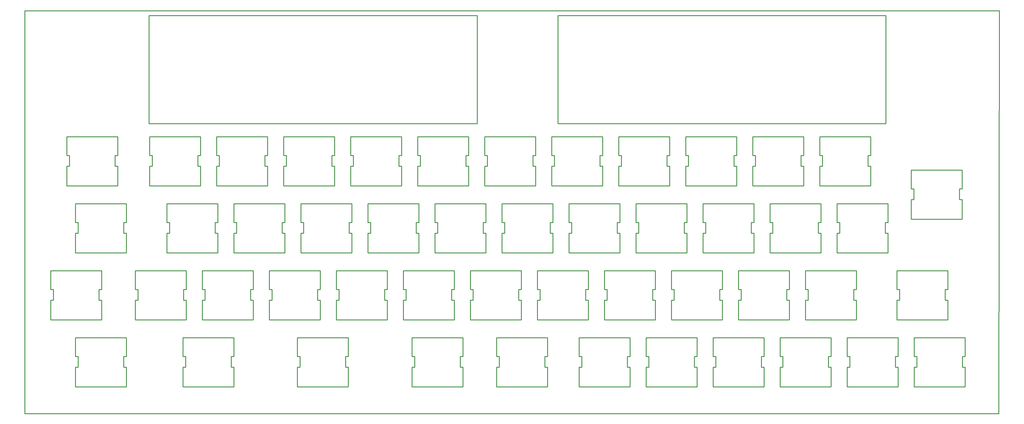
<source format=gko>
G04 Layer: BoardOutlineLayer*
G04 EasyEDA v6.5.34, 2023-08-10 18:14:54*
G04 ff69caebeaab4362ab2153d1a77cd0d5,5a6b42c53f6a479593ecc07194224c93,10*
G04 Gerber Generator version 0.2*
G04 Scale: 100 percent, Rotated: No, Reflected: No *
G04 Dimensions in millimeters *
G04 leading zeros omitted , absolute positions ,4 integer and 5 decimal *
%FSLAX45Y45*%
%MOMM*%

%ADD10C,0.2540*%
D10*
X0Y9004300D02*
G01*
X0Y11455400D01*
X27698700Y11455400D01*
X27686000Y0D01*
X0Y0D01*
X0Y9004300D01*
X3543300Y7874000D02*
G01*
X3543300Y7340600D01*
X3543300Y7340600D02*
G01*
X3619500Y7340600D01*
X3619500Y7340600D02*
G01*
X3619500Y7035800D01*
X3619500Y7035800D02*
G01*
X3543300Y7035800D01*
X3543300Y7035800D02*
G01*
X3543300Y6477000D01*
X3543300Y6477000D02*
G01*
X4991100Y6477000D01*
X4991100Y6477000D02*
G01*
X4991100Y7035800D01*
X4991100Y7035800D02*
G01*
X4914900Y7035800D01*
X4914900Y7035800D02*
G01*
X4914900Y7340600D01*
X4914900Y7340600D02*
G01*
X4991100Y7340600D01*
X4991100Y7340600D02*
G01*
X4991100Y7874000D01*
X4991100Y7874000D02*
G01*
X3543300Y7874000D01*
X1187500Y7874000D02*
G01*
X1187500Y7340600D01*
X1187500Y7340600D02*
G01*
X1263700Y7340600D01*
X1263700Y7340600D02*
G01*
X1263700Y7035800D01*
X1263700Y7035800D02*
G01*
X1187500Y7035800D01*
X1187500Y7035800D02*
G01*
X1187500Y6477000D01*
X1187500Y6477000D02*
G01*
X2635300Y6477000D01*
X2635300Y6477000D02*
G01*
X2635300Y7035800D01*
X2635300Y7035800D02*
G01*
X2559100Y7035800D01*
X2559100Y7035800D02*
G01*
X2559100Y7340600D01*
X2559100Y7340600D02*
G01*
X2635300Y7340600D01*
X2635300Y7340600D02*
G01*
X2635300Y7874000D01*
X2635300Y7874000D02*
G01*
X1187500Y7874000D01*
X5448300Y7874000D02*
G01*
X5448300Y7340600D01*
X5448300Y7340600D02*
G01*
X5524500Y7340600D01*
X5524500Y7340600D02*
G01*
X5524500Y7035800D01*
X5524500Y7035800D02*
G01*
X5448300Y7035800D01*
X5448300Y7035800D02*
G01*
X5448300Y6477000D01*
X5448300Y6477000D02*
G01*
X6896100Y6477000D01*
X6896100Y6477000D02*
G01*
X6896100Y7035800D01*
X6896100Y7035800D02*
G01*
X6819900Y7035800D01*
X6819900Y7035800D02*
G01*
X6819900Y7340600D01*
X6819900Y7340600D02*
G01*
X6896100Y7340600D01*
X6896100Y7340600D02*
G01*
X6896100Y7874000D01*
X6896100Y7874000D02*
G01*
X5448300Y7874000D01*
X7353300Y7874000D02*
G01*
X7353300Y7340600D01*
X7353300Y7340600D02*
G01*
X7429500Y7340600D01*
X7429500Y7340600D02*
G01*
X7429500Y7035800D01*
X7429500Y7035800D02*
G01*
X7353300Y7035800D01*
X7353300Y7035800D02*
G01*
X7353300Y6477000D01*
X7353300Y6477000D02*
G01*
X8801100Y6477000D01*
X8801100Y6477000D02*
G01*
X8801100Y7035800D01*
X8801100Y7035800D02*
G01*
X8724900Y7035800D01*
X8724900Y7035800D02*
G01*
X8724900Y7340600D01*
X8724900Y7340600D02*
G01*
X8801100Y7340600D01*
X8801100Y7340600D02*
G01*
X8801100Y7874000D01*
X8801100Y7874000D02*
G01*
X7353300Y7874000D01*
X9258300Y7874000D02*
G01*
X9258300Y7340600D01*
X9258300Y7340600D02*
G01*
X9334500Y7340600D01*
X9334500Y7340600D02*
G01*
X9334500Y7035800D01*
X9334500Y7035800D02*
G01*
X9258300Y7035800D01*
X9258300Y7035800D02*
G01*
X9258300Y6477000D01*
X9258300Y6477000D02*
G01*
X10706100Y6477000D01*
X10706100Y6477000D02*
G01*
X10706100Y7035800D01*
X10706100Y7035800D02*
G01*
X10629900Y7035800D01*
X10629900Y7035800D02*
G01*
X10629900Y7340600D01*
X10629900Y7340600D02*
G01*
X10706100Y7340600D01*
X10706100Y7340600D02*
G01*
X10706100Y7874000D01*
X10706100Y7874000D02*
G01*
X9258300Y7874000D01*
X11163300Y7874000D02*
G01*
X11163300Y7340600D01*
X11163300Y7340600D02*
G01*
X11239500Y7340600D01*
X11239500Y7340600D02*
G01*
X11239500Y7035800D01*
X11239500Y7035800D02*
G01*
X11163300Y7035800D01*
X11163300Y7035800D02*
G01*
X11163300Y6477000D01*
X11163300Y6477000D02*
G01*
X12611100Y6477000D01*
X12611100Y6477000D02*
G01*
X12611100Y7035800D01*
X12611100Y7035800D02*
G01*
X12534900Y7035800D01*
X12534900Y7035800D02*
G01*
X12534900Y7340600D01*
X12534900Y7340600D02*
G01*
X12611100Y7340600D01*
X12611100Y7340600D02*
G01*
X12611100Y7874000D01*
X12611100Y7874000D02*
G01*
X11163300Y7874000D01*
X13068300Y7874000D02*
G01*
X13068300Y7340600D01*
X13068300Y7340600D02*
G01*
X13144500Y7340600D01*
X13144500Y7340600D02*
G01*
X13144500Y7035800D01*
X13144500Y7035800D02*
G01*
X13068300Y7035800D01*
X13068300Y7035800D02*
G01*
X13068300Y6477000D01*
X13068300Y6477000D02*
G01*
X14516100Y6477000D01*
X14516100Y6477000D02*
G01*
X14516100Y7035800D01*
X14516100Y7035800D02*
G01*
X14439900Y7035800D01*
X14439900Y7035800D02*
G01*
X14439900Y7340600D01*
X14439900Y7340600D02*
G01*
X14516100Y7340600D01*
X14516100Y7340600D02*
G01*
X14516100Y7874000D01*
X14516100Y7874000D02*
G01*
X13068300Y7874000D01*
X14973300Y7874000D02*
G01*
X14973300Y7340600D01*
X14973300Y7340600D02*
G01*
X15049500Y7340600D01*
X15049500Y7340600D02*
G01*
X15049500Y7035800D01*
X15049500Y7035800D02*
G01*
X14973300Y7035800D01*
X14973300Y7035800D02*
G01*
X14973300Y6477000D01*
X14973300Y6477000D02*
G01*
X16421100Y6477000D01*
X16421100Y6477000D02*
G01*
X16421100Y7035800D01*
X16421100Y7035800D02*
G01*
X16344900Y7035800D01*
X16344900Y7035800D02*
G01*
X16344900Y7340600D01*
X16344900Y7340600D02*
G01*
X16421100Y7340600D01*
X16421100Y7340600D02*
G01*
X16421100Y7874000D01*
X16421100Y7874000D02*
G01*
X14973300Y7874000D01*
X16878300Y7874000D02*
G01*
X16878300Y7340600D01*
X16878300Y7340600D02*
G01*
X16954500Y7340600D01*
X16954500Y7340600D02*
G01*
X16954500Y7035800D01*
X16954500Y7035800D02*
G01*
X16878300Y7035800D01*
X16878300Y7035800D02*
G01*
X16878300Y6477000D01*
X16878300Y6477000D02*
G01*
X18326100Y6477000D01*
X18326100Y6477000D02*
G01*
X18326100Y7035800D01*
X18326100Y7035800D02*
G01*
X18249900Y7035800D01*
X18249900Y7035800D02*
G01*
X18249900Y7340600D01*
X18249900Y7340600D02*
G01*
X18326100Y7340600D01*
X18326100Y7340600D02*
G01*
X18326100Y7874000D01*
X18326100Y7874000D02*
G01*
X16878300Y7874000D01*
X18783300Y7874000D02*
G01*
X18783300Y7340600D01*
X18783300Y7340600D02*
G01*
X18859500Y7340600D01*
X18859500Y7340600D02*
G01*
X18859500Y7035800D01*
X18859500Y7035800D02*
G01*
X18783300Y7035800D01*
X18783300Y7035800D02*
G01*
X18783300Y6477000D01*
X18783300Y6477000D02*
G01*
X20231100Y6477000D01*
X20231100Y6477000D02*
G01*
X20231100Y7035800D01*
X20231100Y7035800D02*
G01*
X20154900Y7035800D01*
X20154900Y7035800D02*
G01*
X20154900Y7340600D01*
X20154900Y7340600D02*
G01*
X20231100Y7340600D01*
X20231100Y7340600D02*
G01*
X20231100Y7874000D01*
X20231100Y7874000D02*
G01*
X18783300Y7874000D01*
X20688300Y7874000D02*
G01*
X20688300Y7340600D01*
X20688300Y7340600D02*
G01*
X20764500Y7340600D01*
X20764500Y7340600D02*
G01*
X20764500Y7035800D01*
X20764500Y7035800D02*
G01*
X20688300Y7035800D01*
X20688300Y7035800D02*
G01*
X20688300Y6477000D01*
X20688300Y6477000D02*
G01*
X22136100Y6477000D01*
X22136100Y6477000D02*
G01*
X22136100Y7035800D01*
X22136100Y7035800D02*
G01*
X22059900Y7035800D01*
X22059900Y7035800D02*
G01*
X22059900Y7340600D01*
X22059900Y7340600D02*
G01*
X22136100Y7340600D01*
X22136100Y7340600D02*
G01*
X22136100Y7874000D01*
X22136100Y7874000D02*
G01*
X20688300Y7874000D01*
X22593300Y7874000D02*
G01*
X22593300Y7340600D01*
X22593300Y7340600D02*
G01*
X22669500Y7340600D01*
X22669500Y7340600D02*
G01*
X22669500Y7035800D01*
X22669500Y7035800D02*
G01*
X22593300Y7035800D01*
X22593300Y7035800D02*
G01*
X22593300Y6477000D01*
X22593300Y6477000D02*
G01*
X24041100Y6477000D01*
X24041100Y6477000D02*
G01*
X24041100Y7035800D01*
X24041100Y7035800D02*
G01*
X23964900Y7035800D01*
X23964900Y7035800D02*
G01*
X23964900Y7340600D01*
X23964900Y7340600D02*
G01*
X24041100Y7340600D01*
X24041100Y7340600D02*
G01*
X24041100Y7874000D01*
X24041100Y7874000D02*
G01*
X22593300Y7874000D01*
X25196800Y6921500D02*
G01*
X25196800Y6388100D01*
X25196800Y6388100D02*
G01*
X25273000Y6388100D01*
X25273000Y6388100D02*
G01*
X25273000Y6083300D01*
X25273000Y6083300D02*
G01*
X25196800Y6083300D01*
X25196800Y6083300D02*
G01*
X25196800Y5524500D01*
X25196800Y5524500D02*
G01*
X26644600Y5524500D01*
X26644600Y5524500D02*
G01*
X26644600Y6083300D01*
X26644600Y6083300D02*
G01*
X26568400Y6083300D01*
X26568400Y6083300D02*
G01*
X26568400Y6388100D01*
X26568400Y6388100D02*
G01*
X26644600Y6388100D01*
X26644600Y6388100D02*
G01*
X26644600Y6921500D01*
X26644600Y6921500D02*
G01*
X25196800Y6921500D01*
X1435100Y5969000D02*
G01*
X1435100Y5435600D01*
X1435100Y5435600D02*
G01*
X1511300Y5435600D01*
X1511300Y5435600D02*
G01*
X1511300Y5130800D01*
X1511300Y5130800D02*
G01*
X1435100Y5130800D01*
X1435100Y5130800D02*
G01*
X1435100Y4572000D01*
X1435100Y4572000D02*
G01*
X2882900Y4572000D01*
X2882900Y4572000D02*
G01*
X2882900Y5130800D01*
X2882900Y5130800D02*
G01*
X2806700Y5130800D01*
X2806700Y5130800D02*
G01*
X2806700Y5435600D01*
X2806700Y5435600D02*
G01*
X2882900Y5435600D01*
X2882900Y5435600D02*
G01*
X2882900Y5969000D01*
X2882900Y5969000D02*
G01*
X1435100Y5969000D01*
X4038600Y5969000D02*
G01*
X4038600Y5435600D01*
X4038600Y5435600D02*
G01*
X4114800Y5435600D01*
X4114800Y5435600D02*
G01*
X4114800Y5130800D01*
X4114800Y5130800D02*
G01*
X4038600Y5130800D01*
X4038600Y5130800D02*
G01*
X4038600Y4572000D01*
X4038600Y4572000D02*
G01*
X5486400Y4572000D01*
X5486400Y4572000D02*
G01*
X5486400Y5130800D01*
X5486400Y5130800D02*
G01*
X5410200Y5130800D01*
X5410200Y5130800D02*
G01*
X5410200Y5435600D01*
X5410200Y5435600D02*
G01*
X5486400Y5435600D01*
X5486400Y5435600D02*
G01*
X5486400Y5969000D01*
X5486400Y5969000D02*
G01*
X4038600Y5969000D01*
X5943600Y5969000D02*
G01*
X5943600Y5435600D01*
X5943600Y5435600D02*
G01*
X6019800Y5435600D01*
X6019800Y5435600D02*
G01*
X6019800Y5130800D01*
X6019800Y5130800D02*
G01*
X5943600Y5130800D01*
X5943600Y5130800D02*
G01*
X5943600Y4572000D01*
X5943600Y4572000D02*
G01*
X7391400Y4572000D01*
X7391400Y4572000D02*
G01*
X7391400Y5130800D01*
X7391400Y5130800D02*
G01*
X7315200Y5130800D01*
X7315200Y5130800D02*
G01*
X7315200Y5435600D01*
X7315200Y5435600D02*
G01*
X7391400Y5435600D01*
X7391400Y5435600D02*
G01*
X7391400Y5969000D01*
X7391400Y5969000D02*
G01*
X5943600Y5969000D01*
X7848600Y5969000D02*
G01*
X7848600Y5435600D01*
X7848600Y5435600D02*
G01*
X7924800Y5435600D01*
X7924800Y5435600D02*
G01*
X7924800Y5130800D01*
X7924800Y5130800D02*
G01*
X7848600Y5130800D01*
X7848600Y5130800D02*
G01*
X7848600Y4572000D01*
X7848600Y4572000D02*
G01*
X9296400Y4572000D01*
X9296400Y4572000D02*
G01*
X9296400Y5130800D01*
X9296400Y5130800D02*
G01*
X9220200Y5130800D01*
X9220200Y5130800D02*
G01*
X9220200Y5435600D01*
X9220200Y5435600D02*
G01*
X9296400Y5435600D01*
X9296400Y5435600D02*
G01*
X9296400Y5969000D01*
X9296400Y5969000D02*
G01*
X7848600Y5969000D01*
X9753600Y5969000D02*
G01*
X9753600Y5435600D01*
X9753600Y5435600D02*
G01*
X9829800Y5435600D01*
X9829800Y5435600D02*
G01*
X9829800Y5130800D01*
X9829800Y5130800D02*
G01*
X9753600Y5130800D01*
X9753600Y5130800D02*
G01*
X9753600Y4572000D01*
X9753600Y4572000D02*
G01*
X11201400Y4572000D01*
X11201400Y4572000D02*
G01*
X11201400Y5130800D01*
X11201400Y5130800D02*
G01*
X11125200Y5130800D01*
X11125200Y5130800D02*
G01*
X11125200Y5435600D01*
X11125200Y5435600D02*
G01*
X11201400Y5435600D01*
X11201400Y5435600D02*
G01*
X11201400Y5969000D01*
X11201400Y5969000D02*
G01*
X9753600Y5969000D01*
X11658600Y5969000D02*
G01*
X11658600Y5435600D01*
X11658600Y5435600D02*
G01*
X11734800Y5435600D01*
X11734800Y5435600D02*
G01*
X11734800Y5130800D01*
X11734800Y5130800D02*
G01*
X11658600Y5130800D01*
X11658600Y5130800D02*
G01*
X11658600Y4572000D01*
X11658600Y4572000D02*
G01*
X13106400Y4572000D01*
X13106400Y4572000D02*
G01*
X13106400Y5130800D01*
X13106400Y5130800D02*
G01*
X13030200Y5130800D01*
X13030200Y5130800D02*
G01*
X13030200Y5435600D01*
X13030200Y5435600D02*
G01*
X13106400Y5435600D01*
X13106400Y5435600D02*
G01*
X13106400Y5969000D01*
X13106400Y5969000D02*
G01*
X11658600Y5969000D01*
X13563600Y5969000D02*
G01*
X13563600Y5435600D01*
X13563600Y5435600D02*
G01*
X13639800Y5435600D01*
X13639800Y5435600D02*
G01*
X13639800Y5130800D01*
X13639800Y5130800D02*
G01*
X13563600Y5130800D01*
X13563600Y5130800D02*
G01*
X13563600Y4572000D01*
X13563600Y4572000D02*
G01*
X15011400Y4572000D01*
X15011400Y4572000D02*
G01*
X15011400Y5130800D01*
X15011400Y5130800D02*
G01*
X14935200Y5130800D01*
X14935200Y5130800D02*
G01*
X14935200Y5435600D01*
X14935200Y5435600D02*
G01*
X15011400Y5435600D01*
X15011400Y5435600D02*
G01*
X15011400Y5969000D01*
X15011400Y5969000D02*
G01*
X13563600Y5969000D01*
X15468600Y5969000D02*
G01*
X15468600Y5435600D01*
X15468600Y5435600D02*
G01*
X15544800Y5435600D01*
X15544800Y5435600D02*
G01*
X15544800Y5130800D01*
X15544800Y5130800D02*
G01*
X15468600Y5130800D01*
X15468600Y5130800D02*
G01*
X15468600Y4572000D01*
X15468600Y4572000D02*
G01*
X16916400Y4572000D01*
X16916400Y4572000D02*
G01*
X16916400Y5130800D01*
X16916400Y5130800D02*
G01*
X16840200Y5130800D01*
X16840200Y5130800D02*
G01*
X16840200Y5435600D01*
X16840200Y5435600D02*
G01*
X16916400Y5435600D01*
X16916400Y5435600D02*
G01*
X16916400Y5969000D01*
X16916400Y5969000D02*
G01*
X15468600Y5969000D01*
X17373600Y5969000D02*
G01*
X17373600Y5435600D01*
X17373600Y5435600D02*
G01*
X17449800Y5435600D01*
X17449800Y5435600D02*
G01*
X17449800Y5130800D01*
X17449800Y5130800D02*
G01*
X17373600Y5130800D01*
X17373600Y5130800D02*
G01*
X17373600Y4572000D01*
X17373600Y4572000D02*
G01*
X18821400Y4572000D01*
X18821400Y4572000D02*
G01*
X18821400Y5130800D01*
X18821400Y5130800D02*
G01*
X18745200Y5130800D01*
X18745200Y5130800D02*
G01*
X18745200Y5435600D01*
X18745200Y5435600D02*
G01*
X18821400Y5435600D01*
X18821400Y5435600D02*
G01*
X18821400Y5969000D01*
X18821400Y5969000D02*
G01*
X17373600Y5969000D01*
X19278600Y5969000D02*
G01*
X19278600Y5435600D01*
X19278600Y5435600D02*
G01*
X19354800Y5435600D01*
X19354800Y5435600D02*
G01*
X19354800Y5130800D01*
X19354800Y5130800D02*
G01*
X19278600Y5130800D01*
X19278600Y5130800D02*
G01*
X19278600Y4572000D01*
X19278600Y4572000D02*
G01*
X20726400Y4572000D01*
X20726400Y4572000D02*
G01*
X20726400Y5130800D01*
X20726400Y5130800D02*
G01*
X20650200Y5130800D01*
X20650200Y5130800D02*
G01*
X20650200Y5435600D01*
X20650200Y5435600D02*
G01*
X20726400Y5435600D01*
X20726400Y5435600D02*
G01*
X20726400Y5969000D01*
X20726400Y5969000D02*
G01*
X19278600Y5969000D01*
X21183600Y5969000D02*
G01*
X21183600Y5435600D01*
X21183600Y5435600D02*
G01*
X21259800Y5435600D01*
X21259800Y5435600D02*
G01*
X21259800Y5130800D01*
X21259800Y5130800D02*
G01*
X21183600Y5130800D01*
X21183600Y5130800D02*
G01*
X21183600Y4572000D01*
X21183600Y4572000D02*
G01*
X22631400Y4572000D01*
X22631400Y4572000D02*
G01*
X22631400Y5130800D01*
X22631400Y5130800D02*
G01*
X22555200Y5130800D01*
X22555200Y5130800D02*
G01*
X22555200Y5435600D01*
X22555200Y5435600D02*
G01*
X22631400Y5435600D01*
X22631400Y5435600D02*
G01*
X22631400Y5969000D01*
X22631400Y5969000D02*
G01*
X21183600Y5969000D01*
X23088600Y5969000D02*
G01*
X23088600Y5435600D01*
X23088600Y5435600D02*
G01*
X23164800Y5435600D01*
X23164800Y5435600D02*
G01*
X23164800Y5130800D01*
X23164800Y5130800D02*
G01*
X23088600Y5130800D01*
X23088600Y5130800D02*
G01*
X23088600Y4572000D01*
X23088600Y4572000D02*
G01*
X24536400Y4572000D01*
X24536400Y4572000D02*
G01*
X24536400Y5130800D01*
X24536400Y5130800D02*
G01*
X24460200Y5130800D01*
X24460200Y5130800D02*
G01*
X24460200Y5435600D01*
X24460200Y5435600D02*
G01*
X24536400Y5435600D01*
X24536400Y5435600D02*
G01*
X24536400Y5969000D01*
X24536400Y5969000D02*
G01*
X23088600Y5969000D01*
X736600Y4064000D02*
G01*
X736600Y3530600D01*
X736600Y3530600D02*
G01*
X812800Y3530600D01*
X812800Y3530600D02*
G01*
X812800Y3225800D01*
X812800Y3225800D02*
G01*
X736600Y3225800D01*
X736600Y3225800D02*
G01*
X736600Y2667000D01*
X736600Y2667000D02*
G01*
X2184400Y2667000D01*
X2184400Y2667000D02*
G01*
X2184400Y3225800D01*
X2184400Y3225800D02*
G01*
X2108200Y3225800D01*
X2108200Y3225800D02*
G01*
X2108200Y3530600D01*
X2108200Y3530600D02*
G01*
X2184400Y3530600D01*
X2184400Y3530600D02*
G01*
X2184400Y4064000D01*
X2184400Y4064000D02*
G01*
X736600Y4064000D01*
X3136900Y4064000D02*
G01*
X3136900Y3530600D01*
X3136900Y3530600D02*
G01*
X3213100Y3530600D01*
X3213100Y3530600D02*
G01*
X3213100Y3225800D01*
X3213100Y3225800D02*
G01*
X3136900Y3225800D01*
X3136900Y3225800D02*
G01*
X3136900Y2667000D01*
X3136900Y2667000D02*
G01*
X4584700Y2667000D01*
X4584700Y2667000D02*
G01*
X4584700Y3225800D01*
X4584700Y3225800D02*
G01*
X4508500Y3225800D01*
X4508500Y3225800D02*
G01*
X4508500Y3530600D01*
X4508500Y3530600D02*
G01*
X4584700Y3530600D01*
X4584700Y3530600D02*
G01*
X4584700Y4064000D01*
X4584700Y4064000D02*
G01*
X3136900Y4064000D01*
X5041900Y4064000D02*
G01*
X5041900Y3530600D01*
X5041900Y3530600D02*
G01*
X5118100Y3530600D01*
X5118100Y3530600D02*
G01*
X5118100Y3225800D01*
X5118100Y3225800D02*
G01*
X5041900Y3225800D01*
X5041900Y3225800D02*
G01*
X5041900Y2667000D01*
X5041900Y2667000D02*
G01*
X6489700Y2667000D01*
X6489700Y2667000D02*
G01*
X6489700Y3225800D01*
X6489700Y3225800D02*
G01*
X6413500Y3225800D01*
X6413500Y3225800D02*
G01*
X6413500Y3530600D01*
X6413500Y3530600D02*
G01*
X6489700Y3530600D01*
X6489700Y3530600D02*
G01*
X6489700Y4064000D01*
X6489700Y4064000D02*
G01*
X5041900Y4064000D01*
X6946900Y4064000D02*
G01*
X6946900Y3530600D01*
X6946900Y3530600D02*
G01*
X7023100Y3530600D01*
X7023100Y3530600D02*
G01*
X7023100Y3225800D01*
X7023100Y3225800D02*
G01*
X6946900Y3225800D01*
X6946900Y3225800D02*
G01*
X6946900Y2667000D01*
X6946900Y2667000D02*
G01*
X8394700Y2667000D01*
X8394700Y2667000D02*
G01*
X8394700Y3225800D01*
X8394700Y3225800D02*
G01*
X8318500Y3225800D01*
X8318500Y3225800D02*
G01*
X8318500Y3530600D01*
X8318500Y3530600D02*
G01*
X8394700Y3530600D01*
X8394700Y3530600D02*
G01*
X8394700Y4064000D01*
X8394700Y4064000D02*
G01*
X6946900Y4064000D01*
X8851900Y4064000D02*
G01*
X8851900Y3530600D01*
X8851900Y3530600D02*
G01*
X8928100Y3530600D01*
X8928100Y3530600D02*
G01*
X8928100Y3225800D01*
X8928100Y3225800D02*
G01*
X8851900Y3225800D01*
X8851900Y3225800D02*
G01*
X8851900Y2667000D01*
X8851900Y2667000D02*
G01*
X10299700Y2667000D01*
X10299700Y2667000D02*
G01*
X10299700Y3225800D01*
X10299700Y3225800D02*
G01*
X10223500Y3225800D01*
X10223500Y3225800D02*
G01*
X10223500Y3530600D01*
X10223500Y3530600D02*
G01*
X10299700Y3530600D01*
X10299700Y3530600D02*
G01*
X10299700Y4064000D01*
X10299700Y4064000D02*
G01*
X8851900Y4064000D01*
X10756900Y4064000D02*
G01*
X10756900Y3530600D01*
X10756900Y3530600D02*
G01*
X10833100Y3530600D01*
X10833100Y3530600D02*
G01*
X10833100Y3225800D01*
X10833100Y3225800D02*
G01*
X10756900Y3225800D01*
X10756900Y3225800D02*
G01*
X10756900Y2667000D01*
X10756900Y2667000D02*
G01*
X12204700Y2667000D01*
X12204700Y2667000D02*
G01*
X12204700Y3225800D01*
X12204700Y3225800D02*
G01*
X12128500Y3225800D01*
X12128500Y3225800D02*
G01*
X12128500Y3530600D01*
X12128500Y3530600D02*
G01*
X12204700Y3530600D01*
X12204700Y3530600D02*
G01*
X12204700Y4064000D01*
X12204700Y4064000D02*
G01*
X10756900Y4064000D01*
X12661900Y4064000D02*
G01*
X12661900Y3530600D01*
X12661900Y3530600D02*
G01*
X12738100Y3530600D01*
X12738100Y3530600D02*
G01*
X12738100Y3225800D01*
X12738100Y3225800D02*
G01*
X12661900Y3225800D01*
X12661900Y3225800D02*
G01*
X12661900Y2667000D01*
X12661900Y2667000D02*
G01*
X14109700Y2667000D01*
X14109700Y2667000D02*
G01*
X14109700Y3225800D01*
X14109700Y3225800D02*
G01*
X14033500Y3225800D01*
X14033500Y3225800D02*
G01*
X14033500Y3530600D01*
X14033500Y3530600D02*
G01*
X14109700Y3530600D01*
X14109700Y3530600D02*
G01*
X14109700Y4064000D01*
X14109700Y4064000D02*
G01*
X12661900Y4064000D01*
X14566900Y4064000D02*
G01*
X14566900Y3530600D01*
X14566900Y3530600D02*
G01*
X14643100Y3530600D01*
X14643100Y3530600D02*
G01*
X14643100Y3225800D01*
X14643100Y3225800D02*
G01*
X14566900Y3225800D01*
X14566900Y3225800D02*
G01*
X14566900Y2667000D01*
X14566900Y2667000D02*
G01*
X16014700Y2667000D01*
X16014700Y2667000D02*
G01*
X16014700Y3225800D01*
X16014700Y3225800D02*
G01*
X15938500Y3225800D01*
X15938500Y3225800D02*
G01*
X15938500Y3530600D01*
X15938500Y3530600D02*
G01*
X16014700Y3530600D01*
X16014700Y3530600D02*
G01*
X16014700Y4064000D01*
X16014700Y4064000D02*
G01*
X14566900Y4064000D01*
X16471900Y4064000D02*
G01*
X16471900Y3530600D01*
X16471900Y3530600D02*
G01*
X16548100Y3530600D01*
X16548100Y3530600D02*
G01*
X16548100Y3225800D01*
X16548100Y3225800D02*
G01*
X16471900Y3225800D01*
X16471900Y3225800D02*
G01*
X16471900Y2667000D01*
X16471900Y2667000D02*
G01*
X17919700Y2667000D01*
X17919700Y2667000D02*
G01*
X17919700Y3225800D01*
X17919700Y3225800D02*
G01*
X17843500Y3225800D01*
X17843500Y3225800D02*
G01*
X17843500Y3530600D01*
X17843500Y3530600D02*
G01*
X17919700Y3530600D01*
X17919700Y3530600D02*
G01*
X17919700Y4064000D01*
X17919700Y4064000D02*
G01*
X16471900Y4064000D01*
X18376900Y4064000D02*
G01*
X18376900Y3530600D01*
X18376900Y3530600D02*
G01*
X18453100Y3530600D01*
X18453100Y3530600D02*
G01*
X18453100Y3225800D01*
X18453100Y3225800D02*
G01*
X18376900Y3225800D01*
X18376900Y3225800D02*
G01*
X18376900Y2667000D01*
X18376900Y2667000D02*
G01*
X19824700Y2667000D01*
X19824700Y2667000D02*
G01*
X19824700Y3225800D01*
X19824700Y3225800D02*
G01*
X19748500Y3225800D01*
X19748500Y3225800D02*
G01*
X19748500Y3530600D01*
X19748500Y3530600D02*
G01*
X19824700Y3530600D01*
X19824700Y3530600D02*
G01*
X19824700Y4064000D01*
X19824700Y4064000D02*
G01*
X18376900Y4064000D01*
X20281900Y4064000D02*
G01*
X20281900Y3530600D01*
X20281900Y3530600D02*
G01*
X20358100Y3530600D01*
X20358100Y3530600D02*
G01*
X20358100Y3225800D01*
X20358100Y3225800D02*
G01*
X20281900Y3225800D01*
X20281900Y3225800D02*
G01*
X20281900Y2667000D01*
X20281900Y2667000D02*
G01*
X21729700Y2667000D01*
X21729700Y2667000D02*
G01*
X21729700Y3225800D01*
X21729700Y3225800D02*
G01*
X21653500Y3225800D01*
X21653500Y3225800D02*
G01*
X21653500Y3530600D01*
X21653500Y3530600D02*
G01*
X21729700Y3530600D01*
X21729700Y3530600D02*
G01*
X21729700Y4064000D01*
X21729700Y4064000D02*
G01*
X20281900Y4064000D01*
X22186900Y4064000D02*
G01*
X22186900Y3530600D01*
X22186900Y3530600D02*
G01*
X22263100Y3530600D01*
X22263100Y3530600D02*
G01*
X22263100Y3225800D01*
X22263100Y3225800D02*
G01*
X22186900Y3225800D01*
X22186900Y3225800D02*
G01*
X22186900Y2667000D01*
X22186900Y2667000D02*
G01*
X23634700Y2667000D01*
X23634700Y2667000D02*
G01*
X23634700Y3225800D01*
X23634700Y3225800D02*
G01*
X23558500Y3225800D01*
X23558500Y3225800D02*
G01*
X23558500Y3530600D01*
X23558500Y3530600D02*
G01*
X23634700Y3530600D01*
X23634700Y3530600D02*
G01*
X23634700Y4064000D01*
X23634700Y4064000D02*
G01*
X22186900Y4064000D01*
X24790400Y4064000D02*
G01*
X24790400Y3530600D01*
X24790400Y3530600D02*
G01*
X24866600Y3530600D01*
X24866600Y3530600D02*
G01*
X24866600Y3225800D01*
X24866600Y3225800D02*
G01*
X24790400Y3225800D01*
X24790400Y3225800D02*
G01*
X24790400Y2667000D01*
X24790400Y2667000D02*
G01*
X26238200Y2667000D01*
X26238200Y2667000D02*
G01*
X26238200Y3225800D01*
X26238200Y3225800D02*
G01*
X26162000Y3225800D01*
X26162000Y3225800D02*
G01*
X26162000Y3530600D01*
X26162000Y3530600D02*
G01*
X26238200Y3530600D01*
X26238200Y3530600D02*
G01*
X26238200Y4064000D01*
X26238200Y4064000D02*
G01*
X24790400Y4064000D01*
X1435100Y2159000D02*
G01*
X1435100Y1625600D01*
X1435100Y1625600D02*
G01*
X1511300Y1625600D01*
X1511300Y1625600D02*
G01*
X1511300Y1320800D01*
X1511300Y1320800D02*
G01*
X1435100Y1320800D01*
X1435100Y1320800D02*
G01*
X1435100Y762000D01*
X1435100Y762000D02*
G01*
X2882900Y762000D01*
X2882900Y762000D02*
G01*
X2882900Y1320800D01*
X2882900Y1320800D02*
G01*
X2806700Y1320800D01*
X2806700Y1320800D02*
G01*
X2806700Y1625600D01*
X2806700Y1625600D02*
G01*
X2882900Y1625600D01*
X2882900Y1625600D02*
G01*
X2882900Y2159000D01*
X2882900Y2159000D02*
G01*
X1435100Y2159000D01*
X4489500Y2159000D02*
G01*
X4489500Y1625600D01*
X4489500Y1625600D02*
G01*
X4565700Y1625600D01*
X4565700Y1625600D02*
G01*
X4565700Y1320800D01*
X4565700Y1320800D02*
G01*
X4489500Y1320800D01*
X4489500Y1320800D02*
G01*
X4489500Y762000D01*
X4489500Y762000D02*
G01*
X5937300Y762000D01*
X5937300Y762000D02*
G01*
X5937300Y1320800D01*
X5937300Y1320800D02*
G01*
X5861100Y1320800D01*
X5861100Y1320800D02*
G01*
X5861100Y1625600D01*
X5861100Y1625600D02*
G01*
X5937300Y1625600D01*
X5937300Y1625600D02*
G01*
X5937300Y2159000D01*
X5937300Y2159000D02*
G01*
X4489500Y2159000D01*
X7747000Y2159000D02*
G01*
X7747000Y1625600D01*
X7747000Y1625600D02*
G01*
X7823200Y1625600D01*
X7823200Y1625600D02*
G01*
X7823200Y1320800D01*
X7823200Y1320800D02*
G01*
X7747000Y1320800D01*
X7747000Y1320800D02*
G01*
X7747000Y762000D01*
X7747000Y762000D02*
G01*
X9194800Y762000D01*
X9194800Y762000D02*
G01*
X9194800Y1320800D01*
X9194800Y1320800D02*
G01*
X9118600Y1320800D01*
X9118600Y1320800D02*
G01*
X9118600Y1625600D01*
X9118600Y1625600D02*
G01*
X9194800Y1625600D01*
X9194800Y1625600D02*
G01*
X9194800Y2159000D01*
X9194800Y2159000D02*
G01*
X7747000Y2159000D01*
X11004600Y2159000D02*
G01*
X11004600Y1625600D01*
X11004600Y1625600D02*
G01*
X11080800Y1625600D01*
X11080800Y1625600D02*
G01*
X11080800Y1320800D01*
X11080800Y1320800D02*
G01*
X11004600Y1320800D01*
X11004600Y1320800D02*
G01*
X11004600Y762000D01*
X11004600Y762000D02*
G01*
X12452400Y762000D01*
X12452400Y762000D02*
G01*
X12452400Y1320800D01*
X12452400Y1320800D02*
G01*
X12376200Y1320800D01*
X12376200Y1320800D02*
G01*
X12376200Y1625600D01*
X12376200Y1625600D02*
G01*
X12452400Y1625600D01*
X12452400Y1625600D02*
G01*
X12452400Y2159000D01*
X12452400Y2159000D02*
G01*
X11004600Y2159000D01*
X13404900Y2159000D02*
G01*
X13404900Y1625600D01*
X13404900Y1625600D02*
G01*
X13481100Y1625600D01*
X13481100Y1625600D02*
G01*
X13481100Y1320800D01*
X13481100Y1320800D02*
G01*
X13404900Y1320800D01*
X13404900Y1320800D02*
G01*
X13404900Y762000D01*
X13404900Y762000D02*
G01*
X14852700Y762000D01*
X14852700Y762000D02*
G01*
X14852700Y1320800D01*
X14852700Y1320800D02*
G01*
X14776500Y1320800D01*
X14776500Y1320800D02*
G01*
X14776500Y1625600D01*
X14776500Y1625600D02*
G01*
X14852700Y1625600D01*
X14852700Y1625600D02*
G01*
X14852700Y2159000D01*
X14852700Y2159000D02*
G01*
X13404900Y2159000D01*
X15754400Y2159000D02*
G01*
X15754400Y1625600D01*
X15754400Y1625600D02*
G01*
X15830600Y1625600D01*
X15830600Y1625600D02*
G01*
X15830600Y1320800D01*
X15830600Y1320800D02*
G01*
X15754400Y1320800D01*
X15754400Y1320800D02*
G01*
X15754400Y762000D01*
X15754400Y762000D02*
G01*
X17202200Y762000D01*
X17202200Y762000D02*
G01*
X17202200Y1320800D01*
X17202200Y1320800D02*
G01*
X17126000Y1320800D01*
X17126000Y1320800D02*
G01*
X17126000Y1625600D01*
X17126000Y1625600D02*
G01*
X17202200Y1625600D01*
X17202200Y1625600D02*
G01*
X17202200Y2159000D01*
X17202200Y2159000D02*
G01*
X15754400Y2159000D01*
X17659400Y2159000D02*
G01*
X17659400Y1625600D01*
X17659400Y1625600D02*
G01*
X17735600Y1625600D01*
X17735600Y1625600D02*
G01*
X17735600Y1320800D01*
X17735600Y1320800D02*
G01*
X17659400Y1320800D01*
X17659400Y1320800D02*
G01*
X17659400Y762000D01*
X17659400Y762000D02*
G01*
X19107200Y762000D01*
X19107200Y762000D02*
G01*
X19107200Y1320800D01*
X19107200Y1320800D02*
G01*
X19031000Y1320800D01*
X19031000Y1320800D02*
G01*
X19031000Y1625600D01*
X19031000Y1625600D02*
G01*
X19107200Y1625600D01*
X19107200Y1625600D02*
G01*
X19107200Y2159000D01*
X19107200Y2159000D02*
G01*
X17659400Y2159000D01*
X19564400Y2159000D02*
G01*
X19564400Y1625600D01*
X19564400Y1625600D02*
G01*
X19640600Y1625600D01*
X19640600Y1625600D02*
G01*
X19640600Y1320800D01*
X19640600Y1320800D02*
G01*
X19564400Y1320800D01*
X19564400Y1320800D02*
G01*
X19564400Y762000D01*
X19564400Y762000D02*
G01*
X21012200Y762000D01*
X21012200Y762000D02*
G01*
X21012200Y1320800D01*
X21012200Y1320800D02*
G01*
X20936000Y1320800D01*
X20936000Y1320800D02*
G01*
X20936000Y1625600D01*
X20936000Y1625600D02*
G01*
X21012200Y1625600D01*
X21012200Y1625600D02*
G01*
X21012200Y2159000D01*
X21012200Y2159000D02*
G01*
X19564400Y2159000D01*
X21469400Y2159000D02*
G01*
X21469400Y1625600D01*
X21469400Y1625600D02*
G01*
X21545600Y1625600D01*
X21545600Y1625600D02*
G01*
X21545600Y1320800D01*
X21545600Y1320800D02*
G01*
X21469400Y1320800D01*
X21469400Y1320800D02*
G01*
X21469400Y762000D01*
X21469400Y762000D02*
G01*
X22917200Y762000D01*
X22917200Y762000D02*
G01*
X22917200Y1320800D01*
X22917200Y1320800D02*
G01*
X22841000Y1320800D01*
X22841000Y1320800D02*
G01*
X22841000Y1625600D01*
X22841000Y1625600D02*
G01*
X22917200Y1625600D01*
X22917200Y1625600D02*
G01*
X22917200Y2159000D01*
X22917200Y2159000D02*
G01*
X21469400Y2159000D01*
X23374400Y2159000D02*
G01*
X23374400Y1625600D01*
X23374400Y1625600D02*
G01*
X23450600Y1625600D01*
X23450600Y1625600D02*
G01*
X23450600Y1320800D01*
X23450600Y1320800D02*
G01*
X23374400Y1320800D01*
X23374400Y1320800D02*
G01*
X23374400Y762000D01*
X23374400Y762000D02*
G01*
X24822200Y762000D01*
X24822200Y762000D02*
G01*
X24822200Y1320800D01*
X24822200Y1320800D02*
G01*
X24746000Y1320800D01*
X24746000Y1320800D02*
G01*
X24746000Y1625600D01*
X24746000Y1625600D02*
G01*
X24822200Y1625600D01*
X24822200Y1625600D02*
G01*
X24822200Y2159000D01*
X24822200Y2159000D02*
G01*
X23374400Y2159000D01*
X25279400Y2159000D02*
G01*
X25279400Y1625600D01*
X25279400Y1625600D02*
G01*
X25355600Y1625600D01*
X25355600Y1625600D02*
G01*
X25355600Y1320800D01*
X25355600Y1320800D02*
G01*
X25279400Y1320800D01*
X25279400Y1320800D02*
G01*
X25279400Y762000D01*
X25279400Y762000D02*
G01*
X26727200Y762000D01*
X26727200Y762000D02*
G01*
X26727200Y1320800D01*
X26727200Y1320800D02*
G01*
X26651000Y1320800D01*
X26651000Y1320800D02*
G01*
X26651000Y1625600D01*
X26651000Y1625600D02*
G01*
X26727200Y1625600D01*
X26727200Y1625600D02*
G01*
X26727200Y2159000D01*
X26727200Y2159000D02*
G01*
X25279400Y2159000D01*
X15151100Y11317300D02*
G01*
X15151100Y8241906D01*
X15151100Y8241906D02*
G01*
X24476481Y8241906D01*
X24476481Y8241906D02*
G01*
X24476481Y11317300D01*
X24476481Y11317300D02*
G01*
X15151100Y11317300D01*
X3530600Y11317300D02*
G01*
X3530600Y8241906D01*
X3530600Y8241906D02*
G01*
X12855981Y8241906D01*
X12855981Y8241906D02*
G01*
X12855981Y11317300D01*
X12855981Y11317300D02*
G01*
X3530600Y11317300D01*

%LPD*%
M02*

</source>
